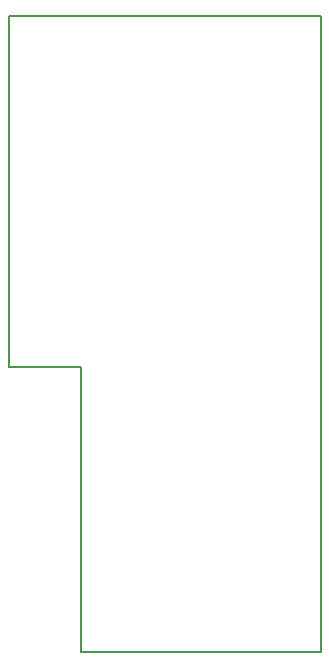
<source format=gbr>
G04 #@! TF.GenerationSoftware,KiCad,Pcbnew,(5.1.4)-1*
G04 #@! TF.CreationDate,2021-01-18T01:20:50+00:00*
G04 #@! TF.ProjectId,atari-pickup,61746172-692d-4706-9963-6b75702e6b69,rev?*
G04 #@! TF.SameCoordinates,Original*
G04 #@! TF.FileFunction,Profile,NP*
%FSLAX46Y46*%
G04 Gerber Fmt 4.6, Leading zero omitted, Abs format (unit mm)*
G04 Created by KiCad (PCBNEW (5.1.4)-1) date 2021-01-18 01:20:50*
%MOMM*%
%LPD*%
G04 APERTURE LIST*
%ADD10C,0.150000*%
G04 APERTURE END LIST*
D10*
X125984000Y-53086000D02*
X152400000Y-53086000D01*
X125984000Y-82804000D02*
X125984000Y-53086000D01*
X132080000Y-82804000D02*
X125984000Y-82804000D01*
X132080000Y-106934000D02*
X132080000Y-82804000D01*
X132080000Y-106934000D02*
X152400000Y-106934000D01*
X152400000Y-106934000D02*
X152400000Y-53086000D01*
M02*

</source>
